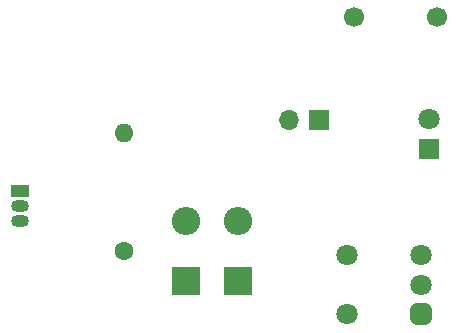
<source format=gbr>
%TF.GenerationSoftware,KiCad,Pcbnew,(6.0.11-0)*%
%TF.CreationDate,2024-07-13T22:40:32+02:00*%
%TF.ProjectId,SAQ_RX,5341515f-5258-42e6-9b69-6361645f7063,rev?*%
%TF.SameCoordinates,Original*%
%TF.FileFunction,Soldermask,Bot*%
%TF.FilePolarity,Negative*%
%FSLAX46Y46*%
G04 Gerber Fmt 4.6, Leading zero omitted, Abs format (unit mm)*
G04 Created by KiCad (PCBNEW (6.0.11-0)) date 2024-07-13 22:40:32*
%MOMM*%
%LPD*%
G01*
G04 APERTURE LIST*
G04 Aperture macros list*
%AMRoundRect*
0 Rectangle with rounded corners*
0 $1 Rounding radius*
0 $2 $3 $4 $5 $6 $7 $8 $9 X,Y pos of 4 corners*
0 Add a 4 corners polygon primitive as box body*
4,1,4,$2,$3,$4,$5,$6,$7,$8,$9,$2,$3,0*
0 Add four circle primitives for the rounded corners*
1,1,$1+$1,$2,$3*
1,1,$1+$1,$4,$5*
1,1,$1+$1,$6,$7*
1,1,$1+$1,$8,$9*
0 Add four rect primitives between the rounded corners*
20,1,$1+$1,$2,$3,$4,$5,0*
20,1,$1+$1,$4,$5,$6,$7,0*
20,1,$1+$1,$6,$7,$8,$9,0*
20,1,$1+$1,$8,$9,$2,$3,0*%
G04 Aperture macros list end*
%ADD10R,2.400000X2.400000*%
%ADD11O,2.400000X2.400000*%
%ADD12C,1.600000*%
%ADD13O,1.600000X1.600000*%
%ADD14RoundRect,0.450000X-0.450000X-0.450000X0.450000X-0.450000X0.450000X0.450000X-0.450000X0.450000X0*%
%ADD15C,1.800000*%
%ADD16R,1.800000X1.800000*%
%ADD17C,1.700000*%
%ADD18R,1.500000X1.050000*%
%ADD19O,1.500000X1.050000*%
%ADD20R,1.700000X1.700000*%
%ADD21O,1.700000X1.700000*%
G04 APERTURE END LIST*
D10*
%TO.C,D1*%
X153500000Y-97400000D03*
D11*
X153500000Y-92320000D03*
%TD*%
D10*
%TO.C,D2*%
X157950000Y-97400000D03*
D11*
X157950000Y-92320000D03*
%TD*%
D12*
%TO.C,L1*%
X148300000Y-94900000D03*
D13*
X148300000Y-84900000D03*
%TD*%
D14*
%TO.C,RV1*%
X173400000Y-100250000D03*
D15*
X173400000Y-97750000D03*
X173400000Y-95250000D03*
X167150000Y-100250000D03*
X167150000Y-95250000D03*
%TD*%
D16*
%TO.C,D3*%
X174100000Y-86275000D03*
D15*
X174100000Y-83735000D03*
%TD*%
D17*
%TO.C,J1*%
X174750000Y-75100000D03*
X167750000Y-75100000D03*
%TD*%
D18*
%TO.C,Q1*%
X139452000Y-89798000D03*
D19*
X139452000Y-91068000D03*
X139452000Y-92338000D03*
%TD*%
D20*
%TO.C,J2*%
X164825000Y-83750000D03*
D21*
X162285000Y-83750000D03*
%TD*%
M02*

</source>
